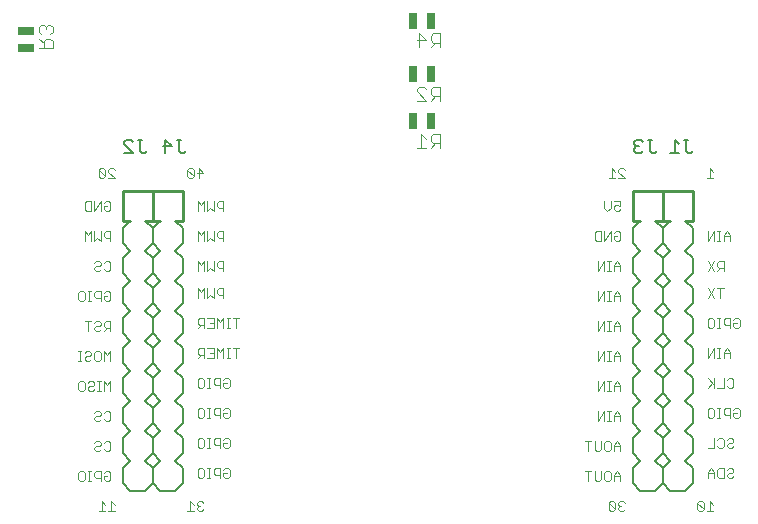
<source format=gbo>
G75*
%MOIN*%
%OFA0B0*%
%FSLAX25Y25*%
%IPPOS*%
%LPD*%
%AMOC8*
5,1,8,0,0,1.08239X$1,22.5*
%
%ADD10C,0.00800*%
%ADD11C,0.00500*%
%ADD12C,0.00900*%
%ADD13C,0.00300*%
%ADD14C,0.00400*%
%ADD15R,0.02559X0.05512*%
%ADD16R,0.05512X0.02559*%
D10*
X0126804Y0019300D02*
X0129304Y0016800D01*
X0134304Y0016800D01*
X0136804Y0019300D01*
X0136804Y0024300D01*
X0134304Y0026800D01*
X0136804Y0029300D01*
X0136804Y0034300D01*
X0134304Y0036800D01*
X0136804Y0039300D01*
X0136804Y0044300D01*
X0134304Y0046800D01*
X0136804Y0049300D01*
X0136804Y0054300D01*
X0134304Y0056800D01*
X0136804Y0059300D01*
X0136804Y0064300D01*
X0134304Y0066800D01*
X0136804Y0069300D01*
X0136804Y0074300D01*
X0134304Y0076800D01*
X0136804Y0079300D01*
X0136804Y0084300D01*
X0134304Y0086800D01*
X0136804Y0089300D01*
X0136804Y0094300D01*
X0134304Y0096800D01*
X0136804Y0099300D01*
X0136804Y0104300D01*
X0134304Y0106800D01*
X0136804Y0104300D02*
X0139304Y0106800D01*
X0144304Y0106800D02*
X0146804Y0104300D01*
X0146804Y0099300D01*
X0144304Y0096800D01*
X0146804Y0094300D01*
X0146804Y0089300D01*
X0144304Y0086800D01*
X0146804Y0084300D01*
X0146804Y0079300D01*
X0144304Y0076800D01*
X0146804Y0074300D01*
X0146804Y0069300D01*
X0144304Y0066800D01*
X0146804Y0064300D01*
X0146804Y0059300D01*
X0144304Y0056800D01*
X0146804Y0054300D01*
X0146804Y0049300D01*
X0144304Y0046800D01*
X0146804Y0044300D01*
X0146804Y0039300D01*
X0144304Y0036800D01*
X0146804Y0034300D01*
X0146804Y0029300D01*
X0144304Y0026800D01*
X0146804Y0024300D01*
X0146804Y0019300D01*
X0144304Y0016800D01*
X0139304Y0016800D01*
X0136804Y0019300D01*
X0136804Y0024300D02*
X0139304Y0026800D01*
X0136804Y0029300D01*
X0136804Y0034300D02*
X0139304Y0036800D01*
X0136804Y0039300D01*
X0136804Y0044300D02*
X0139304Y0046800D01*
X0136804Y0049300D01*
X0136804Y0054300D02*
X0139304Y0056800D01*
X0136804Y0059300D01*
X0136804Y0064300D02*
X0139304Y0066800D01*
X0136804Y0069300D01*
X0136804Y0074300D02*
X0139304Y0076800D01*
X0136804Y0079300D01*
X0136804Y0084300D02*
X0139304Y0086800D01*
X0136804Y0089300D01*
X0136804Y0094300D02*
X0139304Y0096800D01*
X0136804Y0099300D01*
X0129304Y0096800D02*
X0126804Y0094300D01*
X0126804Y0089300D01*
X0129304Y0086800D01*
X0126804Y0084300D01*
X0126804Y0079300D01*
X0129304Y0076800D01*
X0126804Y0074300D01*
X0126804Y0069300D01*
X0129304Y0066800D01*
X0126804Y0064300D01*
X0126804Y0059300D01*
X0129304Y0056800D01*
X0126804Y0054300D01*
X0126804Y0049300D01*
X0129304Y0046800D01*
X0126804Y0044300D01*
X0126804Y0039300D01*
X0129304Y0036800D01*
X0126804Y0034300D01*
X0126804Y0029300D01*
X0129304Y0026800D01*
X0126804Y0024300D01*
X0126804Y0019300D01*
X0129304Y0096800D02*
X0126804Y0099300D01*
X0126804Y0104300D01*
X0129304Y0106800D01*
X0296804Y0104300D02*
X0296804Y0099300D01*
X0299304Y0096800D01*
X0296804Y0094300D01*
X0296804Y0089300D01*
X0299304Y0086800D01*
X0296804Y0084300D01*
X0296804Y0079300D01*
X0299304Y0076800D01*
X0296804Y0074300D01*
X0296804Y0069300D01*
X0299304Y0066800D01*
X0296804Y0064300D01*
X0296804Y0059300D01*
X0299304Y0056800D01*
X0296804Y0054300D01*
X0296804Y0049300D01*
X0299304Y0046800D01*
X0296804Y0044300D01*
X0296804Y0039300D01*
X0299304Y0036800D01*
X0296804Y0034300D01*
X0296804Y0029300D01*
X0299304Y0026800D01*
X0296804Y0024300D01*
X0296804Y0019300D01*
X0299304Y0016800D01*
X0304304Y0016800D01*
X0306804Y0019300D01*
X0306804Y0024300D01*
X0304304Y0026800D01*
X0306804Y0029300D01*
X0306804Y0034300D01*
X0304304Y0036800D01*
X0306804Y0039300D01*
X0306804Y0044300D01*
X0304304Y0046800D01*
X0306804Y0049300D01*
X0306804Y0054300D01*
X0304304Y0056800D01*
X0306804Y0059300D01*
X0306804Y0064300D01*
X0304304Y0066800D01*
X0306804Y0069300D01*
X0306804Y0074300D01*
X0304304Y0076800D01*
X0306804Y0079300D01*
X0306804Y0084300D01*
X0304304Y0086800D01*
X0306804Y0089300D01*
X0306804Y0094300D01*
X0304304Y0096800D01*
X0306804Y0099300D01*
X0306804Y0104300D01*
X0304304Y0106800D01*
X0306804Y0104300D02*
X0309304Y0106800D01*
X0314304Y0106800D02*
X0316804Y0104300D01*
X0316804Y0099300D01*
X0314304Y0096800D01*
X0316804Y0094300D01*
X0316804Y0089300D01*
X0314304Y0086800D01*
X0316804Y0084300D01*
X0316804Y0079300D01*
X0314304Y0076800D01*
X0316804Y0074300D01*
X0316804Y0069300D01*
X0314304Y0066800D01*
X0316804Y0064300D01*
X0316804Y0059300D01*
X0314304Y0056800D01*
X0316804Y0054300D01*
X0316804Y0049300D01*
X0314304Y0046800D01*
X0316804Y0044300D01*
X0316804Y0039300D01*
X0314304Y0036800D01*
X0316804Y0034300D01*
X0316804Y0029300D01*
X0314304Y0026800D01*
X0316804Y0024300D01*
X0316804Y0019300D01*
X0314304Y0016800D01*
X0309304Y0016800D01*
X0306804Y0019300D01*
X0306804Y0024300D02*
X0309304Y0026800D01*
X0306804Y0029300D01*
X0306804Y0034300D02*
X0309304Y0036800D01*
X0306804Y0039300D01*
X0306804Y0044300D02*
X0309304Y0046800D01*
X0306804Y0049300D01*
X0306804Y0054300D02*
X0309304Y0056800D01*
X0306804Y0059300D01*
X0306804Y0064300D02*
X0309304Y0066800D01*
X0306804Y0069300D01*
X0306804Y0074300D02*
X0309304Y0076800D01*
X0306804Y0079300D01*
X0306804Y0084300D02*
X0309304Y0086800D01*
X0306804Y0089300D01*
X0306804Y0094300D02*
X0309304Y0096800D01*
X0306804Y0099300D01*
X0299304Y0106800D02*
X0296804Y0104300D01*
D11*
X0297998Y0129250D02*
X0299500Y0129250D01*
X0300250Y0130001D01*
X0298749Y0131502D02*
X0297998Y0131502D01*
X0297248Y0130751D01*
X0297248Y0130001D01*
X0297998Y0129250D01*
X0297998Y0131502D02*
X0297248Y0132253D01*
X0297248Y0133003D01*
X0297998Y0133754D01*
X0299500Y0133754D01*
X0300250Y0133003D01*
X0301852Y0133754D02*
X0303353Y0133754D01*
X0302602Y0133754D02*
X0302602Y0130001D01*
X0303353Y0129250D01*
X0304104Y0129250D01*
X0304854Y0130001D01*
X0309248Y0129250D02*
X0312250Y0129250D01*
X0310749Y0129250D02*
X0310749Y0133754D01*
X0312250Y0132253D01*
X0313852Y0133754D02*
X0315353Y0133754D01*
X0314602Y0133754D02*
X0314602Y0130001D01*
X0315353Y0129250D01*
X0316104Y0129250D01*
X0316854Y0130001D01*
X0147854Y0130001D02*
X0147104Y0129250D01*
X0146353Y0129250D01*
X0145602Y0130001D01*
X0145602Y0133754D01*
X0144852Y0133754D02*
X0146353Y0133754D01*
X0143250Y0131502D02*
X0140248Y0131502D01*
X0140998Y0129250D02*
X0140998Y0133754D01*
X0143250Y0131502D01*
X0134854Y0130001D02*
X0134104Y0129250D01*
X0133353Y0129250D01*
X0132602Y0130001D01*
X0132602Y0133754D01*
X0131852Y0133754D02*
X0133353Y0133754D01*
X0130250Y0133003D02*
X0129500Y0133754D01*
X0127998Y0133754D01*
X0127248Y0133003D01*
X0127248Y0132253D01*
X0130250Y0129250D01*
X0127248Y0129250D01*
D12*
X0126804Y0116800D02*
X0126804Y0106800D01*
X0129304Y0106800D01*
X0134304Y0106800D02*
X0136804Y0106800D01*
X0136804Y0116800D01*
X0126804Y0116800D01*
X0136804Y0116800D02*
X0146804Y0116800D01*
X0146804Y0106800D01*
X0144304Y0106800D01*
X0139304Y0106800D02*
X0136804Y0106800D01*
X0296804Y0106800D02*
X0299304Y0106800D01*
X0296804Y0106800D02*
X0296804Y0116800D01*
X0306804Y0116800D01*
X0306804Y0106800D01*
X0304304Y0106800D01*
X0306804Y0106800D02*
X0309304Y0106800D01*
X0314304Y0106800D02*
X0316804Y0106800D01*
X0316804Y0116800D01*
X0306804Y0116800D01*
D13*
X0112459Y0019950D02*
X0111925Y0020484D01*
X0111925Y0022619D01*
X0112459Y0023153D01*
X0113527Y0023153D01*
X0114060Y0022619D01*
X0114060Y0020484D01*
X0113527Y0019950D01*
X0112459Y0019950D01*
X0115141Y0019950D02*
X0116209Y0019950D01*
X0115675Y0019950D02*
X0115675Y0023153D01*
X0116209Y0023153D02*
X0115141Y0023153D01*
X0117296Y0022619D02*
X0117296Y0021551D01*
X0117830Y0021018D01*
X0119432Y0021018D01*
X0119432Y0019950D02*
X0119432Y0023153D01*
X0117830Y0023153D01*
X0117296Y0022619D01*
X0120519Y0022619D02*
X0121053Y0023153D01*
X0122121Y0023153D01*
X0122654Y0022619D01*
X0122654Y0020484D01*
X0122121Y0019950D01*
X0121053Y0019950D01*
X0120519Y0020484D01*
X0120519Y0021551D01*
X0121587Y0021551D01*
X0122121Y0029950D02*
X0121053Y0029950D01*
X0120519Y0030484D01*
X0119432Y0030484D02*
X0118898Y0029950D01*
X0117830Y0029950D01*
X0117296Y0030484D01*
X0117296Y0031018D01*
X0117830Y0031551D01*
X0118898Y0031551D01*
X0119432Y0032085D01*
X0119432Y0032619D01*
X0118898Y0033153D01*
X0117830Y0033153D01*
X0117296Y0032619D01*
X0120519Y0032619D02*
X0121053Y0033153D01*
X0122121Y0033153D01*
X0122654Y0032619D01*
X0122654Y0030484D01*
X0122121Y0029950D01*
X0122121Y0039950D02*
X0121053Y0039950D01*
X0120519Y0040484D01*
X0119432Y0040484D02*
X0118898Y0039950D01*
X0117830Y0039950D01*
X0117296Y0040484D01*
X0117296Y0041018D01*
X0117830Y0041551D01*
X0118898Y0041551D01*
X0119432Y0042085D01*
X0119432Y0042619D01*
X0118898Y0043153D01*
X0117830Y0043153D01*
X0117296Y0042619D01*
X0120519Y0042619D02*
X0121053Y0043153D01*
X0122121Y0043153D01*
X0122654Y0042619D01*
X0122654Y0040484D01*
X0122121Y0039950D01*
X0122654Y0049950D02*
X0122654Y0053153D01*
X0121587Y0052085D01*
X0120519Y0053153D01*
X0120519Y0049950D01*
X0119432Y0049950D02*
X0118364Y0049950D01*
X0118898Y0049950D02*
X0118898Y0053153D01*
X0119432Y0053153D02*
X0118364Y0053153D01*
X0117283Y0052619D02*
X0117283Y0052085D01*
X0116749Y0051551D01*
X0115682Y0051551D01*
X0115148Y0051018D01*
X0115148Y0050484D01*
X0115682Y0049950D01*
X0116749Y0049950D01*
X0117283Y0050484D01*
X0117283Y0052619D02*
X0116749Y0053153D01*
X0115682Y0053153D01*
X0115148Y0052619D01*
X0114060Y0052619D02*
X0114060Y0050484D01*
X0113527Y0049950D01*
X0112459Y0049950D01*
X0111925Y0050484D01*
X0111925Y0052619D01*
X0112459Y0053153D01*
X0113527Y0053153D01*
X0114060Y0052619D01*
X0114607Y0059950D02*
X0115675Y0059950D01*
X0116209Y0060484D01*
X0117296Y0060484D02*
X0117296Y0062619D01*
X0117830Y0063153D01*
X0118898Y0063153D01*
X0119432Y0062619D01*
X0119432Y0060484D01*
X0118898Y0059950D01*
X0117830Y0059950D01*
X0117296Y0060484D01*
X0116209Y0062085D02*
X0115675Y0061551D01*
X0114607Y0061551D01*
X0114074Y0061018D01*
X0114074Y0060484D01*
X0114607Y0059950D01*
X0112986Y0059950D02*
X0111919Y0059950D01*
X0112452Y0059950D02*
X0112452Y0063153D01*
X0111919Y0063153D02*
X0112986Y0063153D01*
X0114074Y0062619D02*
X0114607Y0063153D01*
X0115675Y0063153D01*
X0116209Y0062619D01*
X0116209Y0062085D01*
X0120519Y0063153D02*
X0120519Y0059950D01*
X0122654Y0059950D02*
X0122654Y0063153D01*
X0121587Y0062085D01*
X0120519Y0063153D01*
X0120519Y0069950D02*
X0121587Y0071018D01*
X0121053Y0071018D02*
X0122654Y0071018D01*
X0122654Y0069950D02*
X0122654Y0073153D01*
X0121053Y0073153D01*
X0120519Y0072619D01*
X0120519Y0071551D01*
X0121053Y0071018D01*
X0119432Y0070484D02*
X0118898Y0069950D01*
X0117830Y0069950D01*
X0117296Y0070484D01*
X0117296Y0071018D01*
X0117830Y0071551D01*
X0118898Y0071551D01*
X0119432Y0072085D01*
X0119432Y0072619D01*
X0118898Y0073153D01*
X0117830Y0073153D01*
X0117296Y0072619D01*
X0116209Y0073153D02*
X0114074Y0073153D01*
X0115141Y0073153D02*
X0115141Y0069950D01*
X0115141Y0079950D02*
X0116209Y0079950D01*
X0115675Y0079950D02*
X0115675Y0083153D01*
X0116209Y0083153D02*
X0115141Y0083153D01*
X0114060Y0082619D02*
X0114060Y0080484D01*
X0113527Y0079950D01*
X0112459Y0079950D01*
X0111925Y0080484D01*
X0111925Y0082619D01*
X0112459Y0083153D01*
X0113527Y0083153D01*
X0114060Y0082619D01*
X0117296Y0082619D02*
X0117296Y0081551D01*
X0117830Y0081018D01*
X0119432Y0081018D01*
X0119432Y0079950D02*
X0119432Y0083153D01*
X0117830Y0083153D01*
X0117296Y0082619D01*
X0120519Y0082619D02*
X0121053Y0083153D01*
X0122121Y0083153D01*
X0122654Y0082619D01*
X0122654Y0080484D01*
X0122121Y0079950D01*
X0121053Y0079950D01*
X0120519Y0080484D01*
X0120519Y0081551D01*
X0121587Y0081551D01*
X0122121Y0089950D02*
X0121053Y0089950D01*
X0120519Y0090484D01*
X0119432Y0090484D02*
X0118898Y0089950D01*
X0117830Y0089950D01*
X0117296Y0090484D01*
X0117296Y0091018D01*
X0117830Y0091551D01*
X0118898Y0091551D01*
X0119432Y0092085D01*
X0119432Y0092619D01*
X0118898Y0093153D01*
X0117830Y0093153D01*
X0117296Y0092619D01*
X0120519Y0092619D02*
X0121053Y0093153D01*
X0122121Y0093153D01*
X0122654Y0092619D01*
X0122654Y0090484D01*
X0122121Y0089950D01*
X0122654Y0099950D02*
X0122654Y0103153D01*
X0121053Y0103153D01*
X0120519Y0102619D01*
X0120519Y0101551D01*
X0121053Y0101018D01*
X0122654Y0101018D01*
X0119432Y0099950D02*
X0118364Y0101018D01*
X0117296Y0099950D01*
X0117296Y0103153D01*
X0116209Y0103153D02*
X0115141Y0102085D01*
X0114074Y0103153D01*
X0114074Y0099950D01*
X0116209Y0099950D02*
X0116209Y0103153D01*
X0119432Y0103153D02*
X0119432Y0099950D01*
X0119432Y0109950D02*
X0119432Y0113153D01*
X0117296Y0109950D01*
X0117296Y0113153D01*
X0116209Y0113153D02*
X0114607Y0113153D01*
X0114074Y0112619D01*
X0114074Y0110484D01*
X0114607Y0109950D01*
X0116209Y0109950D01*
X0116209Y0113153D01*
X0120519Y0112619D02*
X0121053Y0113153D01*
X0122121Y0113153D01*
X0122654Y0112619D01*
X0122654Y0110484D01*
X0122121Y0109950D01*
X0121053Y0109950D01*
X0120519Y0110484D01*
X0120519Y0111551D01*
X0121587Y0111551D01*
X0121965Y0120950D02*
X0124100Y0120950D01*
X0121965Y0123085D01*
X0121965Y0123619D01*
X0122498Y0124153D01*
X0123566Y0124153D01*
X0124100Y0123619D01*
X0120877Y0123619D02*
X0120877Y0121484D01*
X0118742Y0123619D01*
X0118742Y0121484D01*
X0119276Y0120950D01*
X0120343Y0120950D01*
X0120877Y0121484D01*
X0120877Y0123619D02*
X0120343Y0124153D01*
X0119276Y0124153D01*
X0118742Y0123619D01*
X0148296Y0123619D02*
X0148296Y0121484D01*
X0148830Y0120950D01*
X0149898Y0120950D01*
X0150432Y0121484D01*
X0148296Y0123619D01*
X0148830Y0124153D01*
X0149898Y0124153D01*
X0150432Y0123619D01*
X0150432Y0121484D01*
X0151519Y0122551D02*
X0153654Y0122551D01*
X0152053Y0124153D01*
X0152053Y0120950D01*
X0151742Y0113153D02*
X0151742Y0109950D01*
X0153877Y0109950D02*
X0153877Y0113153D01*
X0152810Y0112085D01*
X0151742Y0113153D01*
X0154965Y0113153D02*
X0154965Y0109950D01*
X0156032Y0111018D01*
X0157100Y0109950D01*
X0157100Y0113153D01*
X0158187Y0112619D02*
X0158721Y0113153D01*
X0160323Y0113153D01*
X0160323Y0109950D01*
X0160323Y0111018D02*
X0158721Y0111018D01*
X0158187Y0111551D01*
X0158187Y0112619D01*
X0158721Y0103153D02*
X0158187Y0102619D01*
X0158187Y0101551D01*
X0158721Y0101018D01*
X0160323Y0101018D01*
X0160323Y0099950D02*
X0160323Y0103153D01*
X0158721Y0103153D01*
X0157100Y0103153D02*
X0157100Y0099950D01*
X0156032Y0101018D01*
X0154965Y0099950D01*
X0154965Y0103153D01*
X0153877Y0103153D02*
X0152810Y0102085D01*
X0151742Y0103153D01*
X0151742Y0099950D01*
X0153877Y0099950D02*
X0153877Y0103153D01*
X0153877Y0093153D02*
X0152810Y0092085D01*
X0151742Y0093153D01*
X0151742Y0089950D01*
X0153877Y0089950D02*
X0153877Y0093153D01*
X0154965Y0093153D02*
X0154965Y0089950D01*
X0156032Y0091018D01*
X0157100Y0089950D01*
X0157100Y0093153D01*
X0158187Y0092619D02*
X0158721Y0093153D01*
X0160323Y0093153D01*
X0160323Y0089950D01*
X0160323Y0091018D02*
X0158721Y0091018D01*
X0158187Y0091551D01*
X0158187Y0092619D01*
X0158721Y0084153D02*
X0158187Y0083619D01*
X0158187Y0082551D01*
X0158721Y0082018D01*
X0160323Y0082018D01*
X0160323Y0080950D02*
X0160323Y0084153D01*
X0158721Y0084153D01*
X0157100Y0084153D02*
X0157100Y0080950D01*
X0156032Y0082018D01*
X0154965Y0080950D01*
X0154965Y0084153D01*
X0153877Y0084153D02*
X0152810Y0083085D01*
X0151742Y0084153D01*
X0151742Y0080950D01*
X0153877Y0080950D02*
X0153877Y0084153D01*
X0153877Y0074153D02*
X0152276Y0074153D01*
X0151742Y0073619D01*
X0151742Y0072551D01*
X0152276Y0072018D01*
X0153877Y0072018D01*
X0152810Y0072018D02*
X0151742Y0070950D01*
X0153877Y0070950D02*
X0153877Y0074153D01*
X0154965Y0074153D02*
X0157100Y0074153D01*
X0157100Y0070950D01*
X0154965Y0070950D01*
X0156032Y0072551D02*
X0157100Y0072551D01*
X0158187Y0074153D02*
X0158187Y0070950D01*
X0160323Y0070950D02*
X0160323Y0074153D01*
X0159255Y0073085D01*
X0158187Y0074153D01*
X0161404Y0074153D02*
X0162471Y0074153D01*
X0161937Y0074153D02*
X0161937Y0070950D01*
X0161404Y0070950D02*
X0162471Y0070950D01*
X0164626Y0070950D02*
X0164626Y0074153D01*
X0163559Y0074153D02*
X0165694Y0074153D01*
X0165694Y0064153D02*
X0163559Y0064153D01*
X0164626Y0064153D02*
X0164626Y0060950D01*
X0162471Y0060950D02*
X0161404Y0060950D01*
X0161937Y0060950D02*
X0161937Y0064153D01*
X0161404Y0064153D02*
X0162471Y0064153D01*
X0160323Y0064153D02*
X0159255Y0063085D01*
X0158187Y0064153D01*
X0158187Y0060950D01*
X0157100Y0060950D02*
X0154965Y0060950D01*
X0153877Y0060950D02*
X0153877Y0064153D01*
X0152276Y0064153D01*
X0151742Y0063619D01*
X0151742Y0062551D01*
X0152276Y0062018D01*
X0153877Y0062018D01*
X0152810Y0062018D02*
X0151742Y0060950D01*
X0154965Y0064153D02*
X0157100Y0064153D01*
X0157100Y0060950D01*
X0157100Y0062551D02*
X0156032Y0062551D01*
X0160323Y0060950D02*
X0160323Y0064153D01*
X0160870Y0054153D02*
X0161937Y0054153D01*
X0162471Y0053619D01*
X0162471Y0051484D01*
X0161937Y0050950D01*
X0160870Y0050950D01*
X0160336Y0051484D01*
X0160336Y0052551D01*
X0161404Y0052551D01*
X0160336Y0053619D02*
X0160870Y0054153D01*
X0159248Y0054153D02*
X0159248Y0050950D01*
X0159248Y0052018D02*
X0157647Y0052018D01*
X0157113Y0052551D01*
X0157113Y0053619D01*
X0157647Y0054153D01*
X0159248Y0054153D01*
X0156026Y0054153D02*
X0154958Y0054153D01*
X0155492Y0054153D02*
X0155492Y0050950D01*
X0156026Y0050950D02*
X0154958Y0050950D01*
X0153877Y0051484D02*
X0153343Y0050950D01*
X0152276Y0050950D01*
X0151742Y0051484D01*
X0151742Y0053619D01*
X0152276Y0054153D01*
X0153343Y0054153D01*
X0153877Y0053619D01*
X0153877Y0051484D01*
X0153343Y0044153D02*
X0152276Y0044153D01*
X0151742Y0043619D01*
X0151742Y0041484D01*
X0152276Y0040950D01*
X0153343Y0040950D01*
X0153877Y0041484D01*
X0153877Y0043619D01*
X0153343Y0044153D01*
X0154958Y0044153D02*
X0156026Y0044153D01*
X0155492Y0044153D02*
X0155492Y0040950D01*
X0156026Y0040950D02*
X0154958Y0040950D01*
X0157113Y0042551D02*
X0157113Y0043619D01*
X0157647Y0044153D01*
X0159248Y0044153D01*
X0159248Y0040950D01*
X0159248Y0042018D02*
X0157647Y0042018D01*
X0157113Y0042551D01*
X0160336Y0042551D02*
X0161404Y0042551D01*
X0160336Y0042551D02*
X0160336Y0041484D01*
X0160870Y0040950D01*
X0161937Y0040950D01*
X0162471Y0041484D01*
X0162471Y0043619D01*
X0161937Y0044153D01*
X0160870Y0044153D01*
X0160336Y0043619D01*
X0160870Y0034153D02*
X0161937Y0034153D01*
X0162471Y0033619D01*
X0162471Y0031484D01*
X0161937Y0030950D01*
X0160870Y0030950D01*
X0160336Y0031484D01*
X0160336Y0032551D01*
X0161404Y0032551D01*
X0160336Y0033619D02*
X0160870Y0034153D01*
X0159248Y0034153D02*
X0159248Y0030950D01*
X0159248Y0032018D02*
X0157647Y0032018D01*
X0157113Y0032551D01*
X0157113Y0033619D01*
X0157647Y0034153D01*
X0159248Y0034153D01*
X0156026Y0034153D02*
X0154958Y0034153D01*
X0155492Y0034153D02*
X0155492Y0030950D01*
X0156026Y0030950D02*
X0154958Y0030950D01*
X0153877Y0031484D02*
X0153343Y0030950D01*
X0152276Y0030950D01*
X0151742Y0031484D01*
X0151742Y0033619D01*
X0152276Y0034153D01*
X0153343Y0034153D01*
X0153877Y0033619D01*
X0153877Y0031484D01*
X0153343Y0024153D02*
X0152276Y0024153D01*
X0151742Y0023619D01*
X0151742Y0021484D01*
X0152276Y0020950D01*
X0153343Y0020950D01*
X0153877Y0021484D01*
X0153877Y0023619D01*
X0153343Y0024153D01*
X0154958Y0024153D02*
X0156026Y0024153D01*
X0155492Y0024153D02*
X0155492Y0020950D01*
X0156026Y0020950D02*
X0154958Y0020950D01*
X0157113Y0022551D02*
X0157113Y0023619D01*
X0157647Y0024153D01*
X0159248Y0024153D01*
X0159248Y0020950D01*
X0159248Y0022018D02*
X0157647Y0022018D01*
X0157113Y0022551D01*
X0160336Y0022551D02*
X0161404Y0022551D01*
X0160336Y0022551D02*
X0160336Y0021484D01*
X0160870Y0020950D01*
X0161937Y0020950D01*
X0162471Y0021484D01*
X0162471Y0023619D01*
X0161937Y0024153D01*
X0160870Y0024153D01*
X0160336Y0023619D01*
X0153121Y0013153D02*
X0152053Y0013153D01*
X0151519Y0012619D01*
X0151519Y0012085D01*
X0152053Y0011551D01*
X0151519Y0011018D01*
X0151519Y0010484D01*
X0152053Y0009950D01*
X0153121Y0009950D01*
X0153654Y0010484D01*
X0152587Y0011551D02*
X0152053Y0011551D01*
X0150432Y0012085D02*
X0149364Y0013153D01*
X0149364Y0009950D01*
X0150432Y0009950D02*
X0148296Y0009950D01*
X0153121Y0013153D02*
X0153654Y0012619D01*
X0124100Y0012085D02*
X0123032Y0013153D01*
X0123032Y0009950D01*
X0121965Y0009950D02*
X0124100Y0009950D01*
X0120877Y0009950D02*
X0118742Y0009950D01*
X0119810Y0009950D02*
X0119810Y0013153D01*
X0120877Y0012085D01*
X0280851Y0023153D02*
X0282986Y0023153D01*
X0281919Y0023153D02*
X0281919Y0019950D01*
X0284074Y0020484D02*
X0284074Y0023153D01*
X0286209Y0023153D02*
X0286209Y0020484D01*
X0285675Y0019950D01*
X0284607Y0019950D01*
X0284074Y0020484D01*
X0287296Y0020484D02*
X0287830Y0019950D01*
X0288898Y0019950D01*
X0289432Y0020484D01*
X0289432Y0022619D01*
X0288898Y0023153D01*
X0287830Y0023153D01*
X0287296Y0022619D01*
X0287296Y0020484D01*
X0290519Y0019950D02*
X0290519Y0022085D01*
X0291587Y0023153D01*
X0292654Y0022085D01*
X0292654Y0019950D01*
X0292654Y0021551D02*
X0290519Y0021551D01*
X0290519Y0029950D02*
X0290519Y0032085D01*
X0291587Y0033153D01*
X0292654Y0032085D01*
X0292654Y0029950D01*
X0292654Y0031551D02*
X0290519Y0031551D01*
X0289432Y0030484D02*
X0288898Y0029950D01*
X0287830Y0029950D01*
X0287296Y0030484D01*
X0287296Y0032619D01*
X0287830Y0033153D01*
X0288898Y0033153D01*
X0289432Y0032619D01*
X0289432Y0030484D01*
X0286209Y0030484D02*
X0285675Y0029950D01*
X0284607Y0029950D01*
X0284074Y0030484D01*
X0284074Y0033153D01*
X0282986Y0033153D02*
X0280851Y0033153D01*
X0281919Y0033153D02*
X0281919Y0029950D01*
X0286209Y0030484D02*
X0286209Y0033153D01*
X0285148Y0039950D02*
X0285148Y0043153D01*
X0287283Y0043153D02*
X0285148Y0039950D01*
X0287283Y0039950D02*
X0287283Y0043153D01*
X0288364Y0043153D02*
X0289432Y0043153D01*
X0288898Y0043153D02*
X0288898Y0039950D01*
X0289432Y0039950D02*
X0288364Y0039950D01*
X0290519Y0039950D02*
X0290519Y0042085D01*
X0291587Y0043153D01*
X0292654Y0042085D01*
X0292654Y0039950D01*
X0292654Y0041551D02*
X0290519Y0041551D01*
X0290519Y0049950D02*
X0290519Y0052085D01*
X0291587Y0053153D01*
X0292654Y0052085D01*
X0292654Y0049950D01*
X0292654Y0051551D02*
X0290519Y0051551D01*
X0289432Y0049950D02*
X0288364Y0049950D01*
X0288898Y0049950D02*
X0288898Y0053153D01*
X0289432Y0053153D02*
X0288364Y0053153D01*
X0287283Y0053153D02*
X0285148Y0049950D01*
X0285148Y0053153D01*
X0287283Y0053153D02*
X0287283Y0049950D01*
X0287283Y0059950D02*
X0287283Y0063153D01*
X0285148Y0059950D01*
X0285148Y0063153D01*
X0288364Y0063153D02*
X0289432Y0063153D01*
X0288898Y0063153D02*
X0288898Y0059950D01*
X0289432Y0059950D02*
X0288364Y0059950D01*
X0290519Y0059950D02*
X0290519Y0062085D01*
X0291587Y0063153D01*
X0292654Y0062085D01*
X0292654Y0059950D01*
X0292654Y0061551D02*
X0290519Y0061551D01*
X0290519Y0069950D02*
X0290519Y0072085D01*
X0291587Y0073153D01*
X0292654Y0072085D01*
X0292654Y0069950D01*
X0292654Y0071551D02*
X0290519Y0071551D01*
X0289432Y0069950D02*
X0288364Y0069950D01*
X0288898Y0069950D02*
X0288898Y0073153D01*
X0289432Y0073153D02*
X0288364Y0073153D01*
X0287283Y0073153D02*
X0285148Y0069950D01*
X0285148Y0073153D01*
X0287283Y0073153D02*
X0287283Y0069950D01*
X0287283Y0079950D02*
X0287283Y0083153D01*
X0285148Y0079950D01*
X0285148Y0083153D01*
X0288364Y0083153D02*
X0289432Y0083153D01*
X0288898Y0083153D02*
X0288898Y0079950D01*
X0289432Y0079950D02*
X0288364Y0079950D01*
X0290519Y0079950D02*
X0290519Y0082085D01*
X0291587Y0083153D01*
X0292654Y0082085D01*
X0292654Y0079950D01*
X0292654Y0081551D02*
X0290519Y0081551D01*
X0290519Y0089950D02*
X0290519Y0092085D01*
X0291587Y0093153D01*
X0292654Y0092085D01*
X0292654Y0089950D01*
X0292654Y0091551D02*
X0290519Y0091551D01*
X0289432Y0089950D02*
X0288364Y0089950D01*
X0288898Y0089950D02*
X0288898Y0093153D01*
X0289432Y0093153D02*
X0288364Y0093153D01*
X0287283Y0093153D02*
X0285148Y0089950D01*
X0285148Y0093153D01*
X0287283Y0093153D02*
X0287283Y0089950D01*
X0287296Y0099950D02*
X0287296Y0103153D01*
X0286209Y0103153D02*
X0286209Y0099950D01*
X0284607Y0099950D01*
X0284074Y0100484D01*
X0284074Y0102619D01*
X0284607Y0103153D01*
X0286209Y0103153D01*
X0289432Y0103153D02*
X0287296Y0099950D01*
X0289432Y0099950D02*
X0289432Y0103153D01*
X0290519Y0102619D02*
X0291053Y0103153D01*
X0292121Y0103153D01*
X0292654Y0102619D01*
X0292654Y0100484D01*
X0292121Y0099950D01*
X0291053Y0099950D01*
X0290519Y0100484D01*
X0290519Y0101551D01*
X0291587Y0101551D01*
X0292121Y0109950D02*
X0292654Y0110484D01*
X0292121Y0109950D02*
X0291053Y0109950D01*
X0290519Y0110484D01*
X0290519Y0111551D01*
X0291053Y0112085D01*
X0291587Y0112085D01*
X0292654Y0111551D01*
X0292654Y0113153D01*
X0290519Y0113153D01*
X0289432Y0113153D02*
X0289432Y0111018D01*
X0288364Y0109950D01*
X0287296Y0111018D01*
X0287296Y0113153D01*
X0288742Y0120950D02*
X0290877Y0120950D01*
X0289810Y0120950D02*
X0289810Y0124153D01*
X0290877Y0123085D01*
X0291965Y0123085D02*
X0291965Y0123619D01*
X0292498Y0124153D01*
X0293566Y0124153D01*
X0294100Y0123619D01*
X0291965Y0123085D02*
X0294100Y0120950D01*
X0291965Y0120950D01*
X0321519Y0120950D02*
X0323654Y0120950D01*
X0322587Y0120950D02*
X0322587Y0124153D01*
X0323654Y0123085D01*
X0323877Y0103153D02*
X0321742Y0099950D01*
X0321742Y0103153D01*
X0323877Y0103153D02*
X0323877Y0099950D01*
X0324958Y0099950D02*
X0326026Y0099950D01*
X0325492Y0099950D02*
X0325492Y0103153D01*
X0326026Y0103153D02*
X0324958Y0103153D01*
X0327113Y0102085D02*
X0327113Y0099950D01*
X0327113Y0101551D02*
X0329248Y0101551D01*
X0329248Y0102085D02*
X0328181Y0103153D01*
X0327113Y0102085D01*
X0329248Y0102085D02*
X0329248Y0099950D01*
X0327100Y0093153D02*
X0325498Y0093153D01*
X0324965Y0092619D01*
X0324965Y0091551D01*
X0325498Y0091018D01*
X0327100Y0091018D01*
X0326032Y0091018D02*
X0324965Y0089950D01*
X0323877Y0089950D02*
X0321742Y0093153D01*
X0323877Y0093153D02*
X0321742Y0089950D01*
X0327100Y0089950D02*
X0327100Y0093153D01*
X0327100Y0084153D02*
X0324965Y0084153D01*
X0326032Y0084153D02*
X0326032Y0080950D01*
X0323877Y0080950D02*
X0321742Y0084153D01*
X0323877Y0084153D02*
X0321742Y0080950D01*
X0322276Y0074153D02*
X0321742Y0073619D01*
X0321742Y0071484D01*
X0322276Y0070950D01*
X0323343Y0070950D01*
X0323877Y0071484D01*
X0323877Y0073619D01*
X0323343Y0074153D01*
X0322276Y0074153D01*
X0324958Y0074153D02*
X0326026Y0074153D01*
X0325492Y0074153D02*
X0325492Y0070950D01*
X0326026Y0070950D02*
X0324958Y0070950D01*
X0327113Y0072551D02*
X0327647Y0072018D01*
X0329248Y0072018D01*
X0329248Y0070950D02*
X0329248Y0074153D01*
X0327647Y0074153D01*
X0327113Y0073619D01*
X0327113Y0072551D01*
X0330336Y0072551D02*
X0331404Y0072551D01*
X0330336Y0072551D02*
X0330336Y0071484D01*
X0330870Y0070950D01*
X0331937Y0070950D01*
X0332471Y0071484D01*
X0332471Y0073619D01*
X0331937Y0074153D01*
X0330870Y0074153D01*
X0330336Y0073619D01*
X0328181Y0064153D02*
X0327113Y0063085D01*
X0327113Y0060950D01*
X0326026Y0060950D02*
X0324958Y0060950D01*
X0325492Y0060950D02*
X0325492Y0064153D01*
X0326026Y0064153D02*
X0324958Y0064153D01*
X0323877Y0064153D02*
X0321742Y0060950D01*
X0321742Y0064153D01*
X0323877Y0064153D02*
X0323877Y0060950D01*
X0327113Y0062551D02*
X0329248Y0062551D01*
X0329248Y0063085D02*
X0328181Y0064153D01*
X0329248Y0063085D02*
X0329248Y0060950D01*
X0328721Y0054153D02*
X0329789Y0054153D01*
X0330323Y0053619D01*
X0330323Y0051484D01*
X0329789Y0050950D01*
X0328721Y0050950D01*
X0328187Y0051484D01*
X0327100Y0050950D02*
X0327100Y0054153D01*
X0328187Y0053619D02*
X0328721Y0054153D01*
X0327100Y0050950D02*
X0324965Y0050950D01*
X0323877Y0050950D02*
X0323877Y0054153D01*
X0323343Y0052551D02*
X0321742Y0050950D01*
X0323877Y0052018D02*
X0321742Y0054153D01*
X0322276Y0044153D02*
X0321742Y0043619D01*
X0321742Y0041484D01*
X0322276Y0040950D01*
X0323343Y0040950D01*
X0323877Y0041484D01*
X0323877Y0043619D01*
X0323343Y0044153D01*
X0322276Y0044153D01*
X0324958Y0044153D02*
X0326026Y0044153D01*
X0325492Y0044153D02*
X0325492Y0040950D01*
X0326026Y0040950D02*
X0324958Y0040950D01*
X0327113Y0042551D02*
X0327647Y0042018D01*
X0329248Y0042018D01*
X0329248Y0040950D02*
X0329248Y0044153D01*
X0327647Y0044153D01*
X0327113Y0043619D01*
X0327113Y0042551D01*
X0330336Y0042551D02*
X0331404Y0042551D01*
X0330336Y0042551D02*
X0330336Y0041484D01*
X0330870Y0040950D01*
X0331937Y0040950D01*
X0332471Y0041484D01*
X0332471Y0043619D01*
X0331937Y0044153D01*
X0330870Y0044153D01*
X0330336Y0043619D01*
X0329789Y0034153D02*
X0330323Y0033619D01*
X0330323Y0033085D01*
X0329789Y0032551D01*
X0328721Y0032551D01*
X0328187Y0032018D01*
X0328187Y0031484D01*
X0328721Y0030950D01*
X0329789Y0030950D01*
X0330323Y0031484D01*
X0329789Y0034153D02*
X0328721Y0034153D01*
X0328187Y0033619D01*
X0327100Y0033619D02*
X0327100Y0031484D01*
X0326566Y0030950D01*
X0325498Y0030950D01*
X0324965Y0031484D01*
X0323877Y0030950D02*
X0321742Y0030950D01*
X0323877Y0030950D02*
X0323877Y0034153D01*
X0324965Y0033619D02*
X0325498Y0034153D01*
X0326566Y0034153D01*
X0327100Y0033619D01*
X0327100Y0024153D02*
X0325498Y0024153D01*
X0324965Y0023619D01*
X0324965Y0021484D01*
X0325498Y0020950D01*
X0327100Y0020950D01*
X0327100Y0024153D01*
X0328187Y0023619D02*
X0328721Y0024153D01*
X0329789Y0024153D01*
X0330323Y0023619D01*
X0330323Y0023085D01*
X0329789Y0022551D01*
X0328721Y0022551D01*
X0328187Y0022018D01*
X0328187Y0021484D01*
X0328721Y0020950D01*
X0329789Y0020950D01*
X0330323Y0021484D01*
X0323877Y0020950D02*
X0323877Y0023085D01*
X0322810Y0024153D01*
X0321742Y0023085D01*
X0321742Y0020950D01*
X0321742Y0022551D02*
X0323877Y0022551D01*
X0322587Y0013153D02*
X0322587Y0009950D01*
X0323654Y0009950D02*
X0321519Y0009950D01*
X0320432Y0010484D02*
X0318296Y0012619D01*
X0318296Y0010484D01*
X0318830Y0009950D01*
X0319898Y0009950D01*
X0320432Y0010484D01*
X0320432Y0012619D01*
X0319898Y0013153D01*
X0318830Y0013153D01*
X0318296Y0012619D01*
X0322587Y0013153D02*
X0323654Y0012085D01*
X0294100Y0012619D02*
X0293566Y0013153D01*
X0292498Y0013153D01*
X0291965Y0012619D01*
X0291965Y0012085D01*
X0292498Y0011551D01*
X0291965Y0011018D01*
X0291965Y0010484D01*
X0292498Y0009950D01*
X0293566Y0009950D01*
X0294100Y0010484D01*
X0293032Y0011551D02*
X0292498Y0011551D01*
X0290877Y0010484D02*
X0288742Y0012619D01*
X0288742Y0010484D01*
X0289276Y0009950D01*
X0290343Y0009950D01*
X0290877Y0010484D01*
X0290877Y0012619D01*
X0290343Y0013153D01*
X0289276Y0013153D01*
X0288742Y0012619D01*
D14*
X0232505Y0131047D02*
X0232505Y0135651D01*
X0230203Y0135651D01*
X0229436Y0134884D01*
X0229436Y0133349D01*
X0230203Y0132582D01*
X0232505Y0132582D01*
X0230970Y0132582D02*
X0229436Y0131047D01*
X0227901Y0131047D02*
X0224832Y0131047D01*
X0226367Y0131047D02*
X0226367Y0135651D01*
X0227901Y0134117D01*
X0227901Y0146795D02*
X0224832Y0146795D01*
X0227901Y0146795D02*
X0224832Y0149865D01*
X0224832Y0150632D01*
X0225599Y0151399D01*
X0227134Y0151399D01*
X0227901Y0150632D01*
X0229436Y0150632D02*
X0229436Y0149097D01*
X0230203Y0148330D01*
X0232505Y0148330D01*
X0230970Y0148330D02*
X0229436Y0146795D01*
X0232505Y0146795D02*
X0232505Y0151399D01*
X0230203Y0151399D01*
X0229436Y0150632D01*
X0229436Y0164543D02*
X0230970Y0166078D01*
X0230203Y0166078D02*
X0232505Y0166078D01*
X0232505Y0164543D02*
X0232505Y0169147D01*
X0230203Y0169147D01*
X0229436Y0168380D01*
X0229436Y0166845D01*
X0230203Y0166078D01*
X0227901Y0166845D02*
X0224832Y0166845D01*
X0225599Y0164543D02*
X0225599Y0169147D01*
X0227901Y0166845D01*
X0103443Y0166656D02*
X0103443Y0164354D01*
X0098839Y0164354D01*
X0100374Y0164354D02*
X0100374Y0166656D01*
X0101141Y0167424D01*
X0102676Y0167424D01*
X0103443Y0166656D01*
X0102676Y0168958D02*
X0103443Y0169726D01*
X0103443Y0171260D01*
X0102676Y0172028D01*
X0101908Y0172028D01*
X0101141Y0171260D01*
X0100374Y0172028D01*
X0099606Y0172028D01*
X0098839Y0171260D01*
X0098839Y0169726D01*
X0099606Y0168958D01*
X0098839Y0167424D02*
X0100374Y0165889D01*
X0101141Y0170493D02*
X0101141Y0171260D01*
D15*
X0223577Y0173337D03*
X0229377Y0173337D03*
X0229377Y0155589D03*
X0223577Y0155589D03*
X0223577Y0139841D03*
X0229377Y0139841D03*
D16*
X0094645Y0164234D03*
X0094645Y0170034D03*
M02*

</source>
